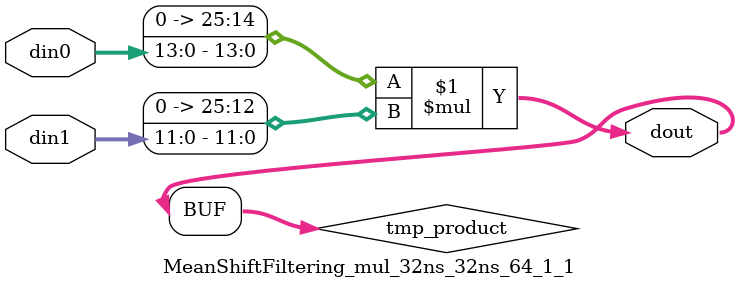
<source format=v>

`timescale 1 ns / 1 ps

  module MeanShiftFiltering_mul_32ns_32ns_64_1_1(din0, din1, dout);
parameter ID = 1;
parameter NUM_STAGE = 0;
parameter din0_WIDTH = 14;
parameter din1_WIDTH = 12;
parameter dout_WIDTH = 26;

input [din0_WIDTH - 1 : 0] din0; 
input [din1_WIDTH - 1 : 0] din1; 
output [dout_WIDTH - 1 : 0] dout;

wire signed [dout_WIDTH - 1 : 0] tmp_product;










assign tmp_product = $signed({1'b0, din0}) * $signed({1'b0, din1});











assign dout = tmp_product;







endmodule

</source>
